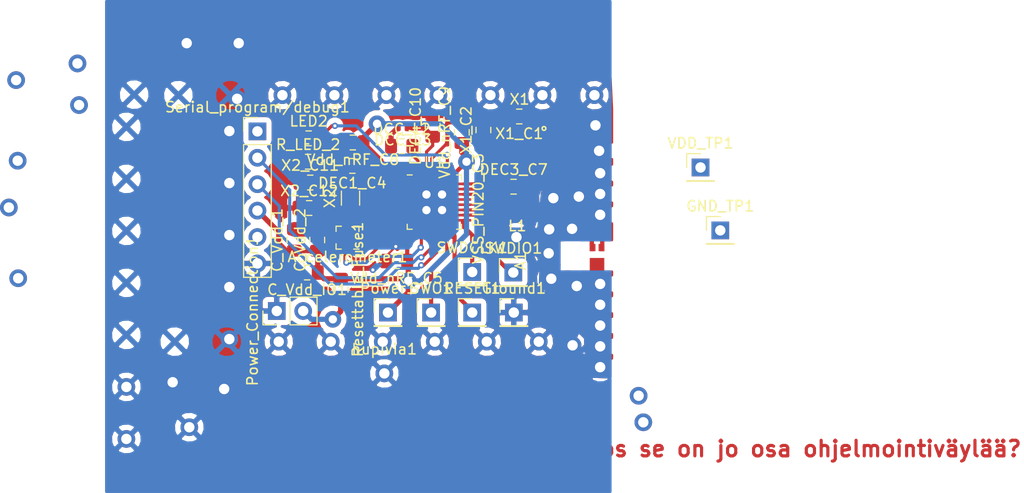
<source format=kicad_pcb>
(kicad_pcb (version 20171130) (host pcbnew "(5.0.2)-1")
  (layers (0 F.Cu signal) (31 B.Cu signal) (34 B.Paste user) (35 F.Paste user) (36 B.SilkS user) (37 F.SilkS user) (38 B.Mask user) (39 F.Mask user) (44 Edge.Cuts user))
  (net 0 "")
  (net 1 /~CS)
  (net 2 /~SAO_SDO)
  (net 3 VDD)
  (net 4 Earth)
  (net 5 /~SDA_SDI)
  (net 6 /~SCL_SPC)
  (net 7 /~INT2)
  (net 8 /~INT1)
  (net 9 "Net-(DCC_L2-Pad2)")
  (net 10 "Net-(DCC_L2-Pad1)")
  (net 11 "Net-(DCC_L3-Pad1)")
  (net 12 "Net-(DEC1_C4-Pad1)")
  (net 13 "Net-(DEC3_C7-Pad1)")
  (net 14 "Net-(L1-Pad2)")
  (net 15 /ANTENNA)
  (net 16 "Net-(LED2-Pad1)")
  (net 17 "Net-(LED2-Pad2)")
  (net 18 /~Reset)
  (net 19 /~SWDIO)
  (net 20 "Net-(Serial_program/debug1-Pad1)")
  (net 21 "Net-(Serial_program/debug1-Pad5)")
  (net 22 /~SWDCLK)
  (net 23 "Net-(U1-Pad2)")
  (net 24 "Net-(U1-Pad3)")
  (net 25 "Net-(U1-Pad23)")
  (net 26 "Net-(U1-Pad24)")
  (net 27 "Net-(U1-Pad27)")
  (net 28 "Net-(U1-Pad28)")
  (net 29 /~SWO)
  (net 30 "Net-(Power_Connection1-Pad2)")
  (net 31 /~RX1)
  (net 32 /~TX0)
  (net 33 "Net-(U1-Pad14)")
  (net 34 "Net-(U1-Pad11)")
  (net 35 "Net-(U1-Pad21)")
  (module Custom_footprints_alymolkky:Crystal_3.2x2.5x0.8 (layer F.Cu) (at 138.95 88.9 180)
    (fp_text reference X1 (at -0.05 4.8 180) (layer F.SilkS))
    (fp_text value "32MHz Crystal")
    (pad 1 smd rect (at -1.3 1.05 180) (size 1.6 1.4) (layers F.Cu F.Paste F.Mask) (net 25 "Net-(U1-Pad23)"))
    (pad 2 smd rect (at 1.3 1.05 180) (size 1.6 1.4) (layers F.Cu F.Paste F.Mask) (net 4 Earth))
    (pad 3 smd rect (at 1.3 -1.05 180) (size 1.6 1.4) (layers F.Cu F.Paste F.Mask) (net 26 "Net-(U1-Pad24)"))
    (pad 4 smd rect (at -1.3 -1.05 180) (size 1.6 1.4) (layers F.Cu F.Paste F.Mask) (net 4 Earth))
  )
  (module Connector_PinHeader_2.54mm:PinHeader_1x01_P2.54mm_Vertical (layer F.Cu) (at 112 78.7 180)
    (fp_text reference "" (at 0 -2.33 180) (layer F.SilkS))
    (fp_text value Conn_01x01_Male)
    (pad 1 thru_hole circle (at 0 0 180) (size 1.7 1.7) (drill 1) (layers *.Cu *.Mask) (net 4 Earth))
  )
  (module Connector_PinHeader_2.54mm:PinHeader_1x01_P2.54mm_Vertical (layer F.Cu) (at 107 78.7 180)
    (fp_text reference "" (at 0 -2.33 180) (layer F.SilkS))
    (fp_text value Conn_01x01_Male)
    (pad 1 thru_hole circle (at 0 0 180) (size 1.7 1.7) (drill 1) (layers *.Cu *.Mask) (net 4 Earth))
  )
  (module Connector_PinHeader_2.54mm:PinHeader_1x01_P2.54mm_Vertical (layer F.Cu) (at 126.2 83.7 180)
    (fp_text reference "" (at 0 -2.33 180) (layer F.SilkS))
    (fp_text value Conn_01x01_Male)
    (pad 1 thru_hole circle (at 0 0 180) (size 1.7 1.7) (drill 1) (layers *.Cu *.Mask) (net 4 Earth))
  )
  (module Connector_PinHeader_2.54mm:PinHeader_1x01_P2.54mm_Vertical (layer F.Cu) (at 141.2 83.7 180)
    (fp_text reference "" (at 0 -2.33 180) (layer F.SilkS))
    (fp_text value Conn_01x01_Male)
    (pad 1 thru_hole circle (at 0 0 180) (size 1.7 1.7) (drill 1) (layers *.Cu *.Mask) (net 4 Earth))
  )
  (module Connector_PinHeader_2.54mm:PinHeader_1x01_P2.54mm_Vertical (layer F.Cu) (at 116.2 83.7 180)
    (fp_text reference "" (at 0 -2.33 180) (layer F.SilkS))
    (fp_text value Conn_01x01_Male)
    (pad 1 thru_hole circle (at 0 0 180) (size 1.7 1.7) (drill 1) (layers *.Cu *.Mask) (net 4 Earth))
  )
  (module Connector_PinHeader_2.54mm:PinHeader_1x01_P2.54mm_Vertical (layer F.Cu) (at 121.2 83.7 180)
    (fp_text reference "" (at 0 -2.33 180) (layer F.SilkS))
    (fp_text value Conn_01x01_Male)
    (pad 1 thru_hole circle (at 0 0 180) (size 1.7 1.7) (drill 1) (layers *.Cu *.Mask) (net 4 Earth))
  )
  (module Connector_PinHeader_2.54mm:PinHeader_1x01_P2.54mm_Vertical (layer F.Cu) (at 136.2 83.7 180)
    (fp_text reference "" (at 0 -2.33 180) (layer F.SilkS))
    (fp_text value Conn_01x01_Male)
    (pad 1 thru_hole circle (at 0 0 180) (size 1.7 1.7) (drill 1) (layers *.Cu *.Mask) (net 4 Earth))
  )
  (module Connector_PinHeader_2.54mm:PinHeader_1x01_P2.54mm_Vertical (layer F.Cu) (at 146.2 83.7 180)
    (fp_text reference "" (at 0 -2.33 180) (layer F.SilkS))
    (fp_text value Conn_01x01_Male)
    (pad 1 thru_hole circle (at 0 0 180) (size 1.7 1.7) (drill 1) (layers *.Cu *.Mask) (net 4 Earth))
  )
  (module Connector_PinHeader_2.54mm:PinHeader_1x01_P2.54mm_Vertical (layer F.Cu) (at 131.2 83.7 180)
    (fp_text reference "" (at 0 -2.33 180) (layer F.SilkS))
    (fp_text value Conn_01x01_Male)
    (pad 1 thru_hole circle (at 0 0 180) (size 1.7 1.7) (drill 1) (layers *.Cu *.Mask) (net 4 Earth))
  )
  (module Connector_PinHeader_2.54mm:PinHeader_1x01_P2.54mm_Vertical (layer F.Cu) (at 96.5 80.65 90)
    (fp_text reference "" (at 0 -2.33 90) (layer F.SilkS))
    (fp_text value Conn_01x01_Male)
    (pad 1 thru_hole circle (at 0 0 90) (size 1.7 1.7) (drill 1) (layers *.Cu *.Mask) (net 4 Earth))
  )
  (module Connector_PinHeader_2.54mm:PinHeader_1x01_P2.54mm_Vertical (layer F.Cu) (at 111.85 84.05 90)
    (fp_text reference "" (at 0 -2.33 90) (layer F.SilkS))
    (fp_text value Conn_01x01_Male)
    (pad 1 thru_hole circle (at 0 0 90) (size 1.7 1.7) (drill 1) (layers *.Cu *.Mask) (net 4 Earth))
  )
  (module Connector_PinHeader_2.54mm:PinHeader_1x01_P2.54mm_Vertical (layer F.Cu) (at 111.1 87.15 90)
    (fp_text reference "" (at 0 -2.33 90) (layer F.SilkS))
    (fp_text value Conn_01x01_Male)
    (pad 1 thru_hole circle (at 0 0 90) (size 1.7 1.7) (drill 1) (layers *.Cu *.Mask) (net 4 Earth))
  )
  (module Connector_PinHeader_2.54mm:PinHeader_1x01_P2.54mm_Vertical (layer F.Cu) (at 111.1 92.15 90)
    (fp_text reference "" (at 0 -2.33 90) (layer F.SilkS))
    (fp_text value Conn_01x01_Male)
    (pad 1 thru_hole circle (at 0 0 90) (size 1.7 1.7) (drill 1) (layers *.Cu *.Mask) (net 4 Earth))
  )
  (module Connector_PinHeader_2.54mm:PinHeader_1x01_P2.54mm_Vertical (layer F.Cu) (at 111.1 97.15 90)
    (fp_text reference "" (at 0 -2.33 90) (layer F.SilkS))
    (fp_text value Conn_01x01_Male)
    (pad 1 thru_hole circle (at 0 0 90) (size 1.7 1.7) (drill 1) (layers *.Cu *.Mask) (net 4 Earth))
  )
  (module Connector_PinHeader_2.54mm:PinHeader_1x01_P2.54mm_Vertical (layer F.Cu) (at 111.1 102.15 90)
    (fp_text reference "" (at 0 -2.33 90) (layer F.SilkS))
    (fp_text value Conn_01x01_Male)
    (pad 1 thru_hole circle (at 0 0 90) (size 1.7 1.7) (drill 1) (layers *.Cu *.Mask) (net 4 Earth))
  )
  (module Connector_PinHeader_2.54mm:PinHeader_1x01_P2.54mm_Vertical (layer F.Cu) (at 111.1 107.15 90)
    (fp_text reference "" (at 0 -2.33 90) (layer F.SilkS))
    (fp_text value Conn_01x01_Male)
    (pad 1 thru_hole circle (at 0 0 90) (size 1.7 1.7) (drill 1) (layers *.Cu *.Mask) (net 4 Earth))
  )
  (module Connector_PinHeader_2.54mm:PinHeader_1x01_P2.54mm_Vertical (layer F.Cu) (at 101.2 111.75 90)
    (fp_text reference "" (at 0 -2.33 90) (layer F.SilkS))
    (fp_text value Conn_01x01_Male)
    (pad 1 thru_hole circle (at 0 0 90) (size 1.7 1.7) (drill 1) (layers *.Cu *.Mask) (net 4 Earth))
  )
  (module Connector_PinHeader_2.54mm:PinHeader_1x01_P2.54mm_Vertical (layer F.Cu) (at 101.2 116.75 90)
    (fp_text reference "" (at 0 -2.33 90) (layer F.SilkS))
    (fp_text value Conn_01x01_Male)
    (pad 1 thru_hole circle (at 0 0 90) (size 1.7 1.7) (drill 1) (layers *.Cu *.Mask) (net 4 Earth))
  )
  (module Connector_PinHeader_2.54mm:PinHeader_1x01_P2.54mm_Vertical (layer F.Cu) (at 89.9 94.5)
    (fp_text reference "" (at 0 -2.33) (layer F.SilkS))
    (fp_text value Conn_01x01_Male)
    (pad 1 thru_hole circle (at 0 0) (size 1.7 1.7) (drill 1) (layers *.Cu *.Mask) (net 4 Earth))
  )
  (module Connector_PinHeader_2.54mm:PinHeader_1x01_P2.54mm_Vertical (layer F.Cu) (at 107.25 115.625)
    (fp_text reference "" (at 0 -2.33) (layer F.SilkS))
    (fp_text value Conn_01x01_Male)
    (pad 1 thru_hole circle (at 0 0) (size 1.7 1.7) (drill 1) (layers *.Cu *.Mask) (net 4 Earth))
  )
  (module Connector_PinHeader_2.54mm:PinHeader_1x01_P2.54mm_Vertical (layer F.Cu) (at 90.8 101.3)
    (fp_text reference "" (at 0 -2.33) (layer F.SilkS))
    (fp_text value Conn_01x01_Male)
    (pad 1 thru_hole circle (at 0 0) (size 1.7 1.7) (drill 1) (layers *.Cu *.Mask) (net 4 Earth))
  )
  (module Connector_PinHeader_2.54mm:PinHeader_1x01_P2.54mm_Vertical (layer F.Cu) (at 150.9 115.15)
    (fp_text reference "" (at 0 -2.33) (layer F.SilkS))
    (fp_text value Conn_01x01_Male)
    (pad 1 thru_hole circle (at 0 0) (size 1.7 1.7) (drill 1) (layers *.Cu *.Mask) (net 4 Earth))
  )
  (module Connector_PinHeader_2.54mm:PinHeader_1x01_P2.54mm_Vertical (layer F.Cu) (at 96.65 84.65 90)
    (fp_text reference "" (at 0 -2.33 90) (layer F.SilkS))
    (fp_text value Conn_01x01_Male)
    (pad 1 thru_hole circle (at 0 0 90) (size 1.7 1.7) (drill 1) (layers *.Cu *.Mask) (net 4 Earth))
  )
  (module Connector_PinHeader_2.54mm:PinHeader_1x01_P2.54mm_Vertical (layer F.Cu) (at 146.3 86.6 90)
    (fp_text reference "" (at 0 -2.33 90) (layer F.SilkS))
    (fp_text value Conn_01x01_Male)
    (pad 1 thru_hole circle (at 0 0 90) (size 1.7 1.7) (drill 1) (layers *.Cu *.Mask) (net 4 Earth))
  )
  (module Connector_PinHeader_2.54mm:PinHeader_1x01_P2.54mm_Vertical (layer F.Cu) (at 144.1 107.75)
    (fp_text reference "" (at 0 -2.33) (layer F.SilkS))
    (fp_text value Conn_01x01_Male)
    (pad 1 thru_hole circle (at 0 0) (size 1.7 1.7) (drill 1) (layers *.Cu *.Mask) (net 4 Earth))
  )
  (module Connector_PinHeader_2.54mm:PinHeader_1x01_P2.54mm_Vertical (layer F.Cu) (at 140.85 107.4)
    (fp_text reference "" (at 0 -2.33) (layer F.SilkS))
    (fp_text value Conn_01x01_Male)
    (pad 1 thru_hole circle (at 0 0) (size 1.7 1.7) (drill 1) (layers *.Cu *.Mask) (net 4 Earth))
  )
  (module Connector_PinHeader_2.54mm:PinHeader_1x01_P2.54mm_Vertical (layer F.Cu) (at 135.85 107.4)
    (fp_text reference "" (at 0 -2.33) (layer F.SilkS))
    (fp_text value Conn_01x01_Male)
    (pad 1 thru_hole circle (at 0 0) (size 1.7 1.7) (drill 1) (layers *.Cu *.Mask) (net 4 Earth))
  )
  (module Connector_PinHeader_2.54mm:PinHeader_1x01_P2.54mm_Vertical (layer F.Cu) (at 130.85 107.4)
    (fp_text reference "" (at 0 -2.33) (layer F.SilkS))
    (fp_text value Conn_01x01_Male)
    (pad 1 thru_hole circle (at 0 0) (size 1.7 1.7) (drill 1) (layers *.Cu *.Mask) (net 4 Earth))
  )
  (module Connector_PinHeader_2.54mm:PinHeader_1x01_P2.54mm_Vertical (layer F.Cu) (at 125.85 107.4)
    (fp_text reference "" (at 0 -2.33) (layer F.SilkS))
    (fp_text value Conn_01x01_Male)
    (pad 1 thru_hole circle (at 0 0) (size 1.7 1.7) (drill 1) (layers *.Cu *.Mask) (net 4 Earth))
  )
  (module Connector_PinHeader_2.54mm:PinHeader_1x01_P2.54mm_Vertical (layer F.Cu) (at 120.85 107.4)
    (fp_text reference "" (at 0 -2.33) (layer F.SilkS))
    (fp_text value Conn_01x01_Male)
    (pad 1 thru_hole circle (at 0 0) (size 1.7 1.7) (drill 1) (layers *.Cu *.Mask) (net 4 Earth))
  )
  (module Connector_PinHeader_2.54mm:PinHeader_1x01_P2.54mm_Vertical (layer F.Cu) (at 115.85 107.4)
    (fp_text reference "" (at 0 -2.33) (layer F.SilkS))
    (fp_text value Conn_01x01_Male)
    (pad 1 thru_hole circle (at 0 0) (size 1.7 1.7) (drill 1) (layers *.Cu *.Mask) (net 4 Earth))
  )
  (module Connector_PinHeader_2.54mm:PinHeader_1x01_P2.54mm_Vertical (layer F.Cu) (at 110.6 111.95)
    (fp_text reference "" (at 0 -2.33) (layer F.SilkS))
    (fp_text value Conn_01x01_Male)
    (pad 1 thru_hole circle (at 0 0) (size 1.7 1.7) (drill 1) (layers *.Cu *.Mask) (net 4 Earth))
  )
  (module Connector_PinHeader_2.54mm:PinHeader_1x01_P2.54mm_Vertical (layer F.Cu) (at 90.75 90)
    (fp_text reference "" (at 0 -2.33) (layer F.SilkS))
    (fp_text value Conn_01x01_Male)
    (pad 1 thru_hole circle (at 0 0) (size 1.7 1.7) (drill 1) (layers *.Cu *.Mask) (net 4 Earth))
  )
  (module Connector_PinHeader_2.54mm:PinHeader_1x01_P2.54mm_Vertical (layer F.Cu) (at 90.6 82.25)
    (fp_text reference "" (at 0 -2.33) (layer F.SilkS))
    (fp_text value Conn_01x01_Male)
    (pad 1 thru_hole circle (at 0 0) (size 1.7 1.7) (drill 1) (layers *.Cu *.Mask) (net 4 Earth))
  )
  (module Connector_PinHeader_2.54mm:PinHeader_1x01_P2.54mm_Vertical (layer F.Cu) (at 105.65 111.3)
    (fp_text reference "" (at 0 -2.33) (layer F.SilkS))
    (fp_text value Conn_01x01_Male)
    (pad 1 thru_hole circle (at 0 0) (size 1.7 1.7) (drill 1) (layers *.Cu *.Mask) (net 4 Earth))
  )
  (module Connector_PinHeader_2.54mm:PinHeader_1x01_P2.54mm_Vertical (layer F.Cu) (at 146.75 109.85)
    (fp_text reference "" (at 0 -2.33) (layer F.SilkS))
    (fp_text value Conn_01x01_Male)
    (pad 1 thru_hole circle (at 0 0) (size 1.7 1.7) (drill 1) (layers *.Cu *.Mask) (net 4 Earth))
  )
  (module Connector_PinHeader_2.54mm:PinHeader_1x01_P2.54mm_Vertical (layer F.Cu) (at 146.75 107.85)
    (fp_text reference "" (at 0 -2.33) (layer F.SilkS))
    (fp_text value Conn_01x01_Male)
    (pad 1 thru_hole circle (at 0 0) (size 1.7 1.7) (drill 1) (layers *.Cu *.Mask) (net 4 Earth))
  )
  (module Connector_PinHeader_2.54mm:PinHeader_1x01_P2.54mm_Vertical (layer F.Cu) (at 146.75 105.85)
    (fp_text reference "" (at 0 -2.33) (layer F.SilkS))
    (fp_text value Conn_01x01_Male)
    (pad 1 thru_hole circle (at 0 0) (size 1.7 1.7) (drill 1) (layers *.Cu *.Mask) (net 4 Earth))
  )
  (module Connector_PinHeader_2.54mm:PinHeader_1x01_P2.54mm_Vertical (layer F.Cu) (at 146.75 103.85)
    (fp_text reference "" (at 0 -2.33) (layer F.SilkS))
    (fp_text value Conn_01x01_Male)
    (pad 1 thru_hole circle (at 0 0) (size 1.7 1.7) (drill 1) (layers *.Cu *.Mask) (net 4 Earth))
  )
  (module Connector_PinHeader_2.54mm:PinHeader_1x01_P2.54mm_Vertical (layer F.Cu) (at 146.65 89.05)
    (fp_text reference "" (at 0 -2.33) (layer F.SilkS))
    (fp_text value Conn_01x01_Male)
    (pad 1 thru_hole circle (at 0 0) (size 1.7 1.7) (drill 1) (layers *.Cu *.Mask) (net 4 Earth))
  )
  (module Connector_PinHeader_2.54mm:PinHeader_1x01_P2.54mm_Vertical (layer F.Cu) (at 138.7 97.35)
    (fp_text reference "" (at 0 -2.33) (layer F.SilkS))
    (fp_text value Conn_01x01_Male)
    (pad 1 thru_hole circle (at 0 0) (size 1.7 1.7) (drill 1) (layers *.Cu *.Mask) (net 4 Earth))
  )
  (module Connector_PinHeader_2.54mm:PinHeader_1x01_P2.54mm_Vertical (layer F.Cu) (at 144.5 102.05)
    (fp_text reference "" (at 0 -2.33) (layer F.SilkS))
    (fp_text value Conn_01x01_Male)
    (pad 1 thru_hole circle (at 0 0) (size 1.7 1.7) (drill 1) (layers *.Cu *.Mask) (net 4 Earth))
  )
  (module Connector_PinHeader_2.54mm:PinHeader_1x01_P2.54mm_Vertical (layer F.Cu) (at 146.75 95.2)
    (fp_text reference "" (at 0 -2.33) (layer F.SilkS))
    (fp_text value Conn_01x01_Male)
    (pad 1 thru_hole circle (at 0 0) (size 1.7 1.7) (drill 1) (layers *.Cu *.Mask) (net 4 Earth))
  )
  (module Connector_PinHeader_2.54mm:PinHeader_1x01_P2.54mm_Vertical (layer F.Cu) (at 146.75 101.85)
    (fp_text reference "" (at 0 -2.33) (layer F.SilkS))
    (fp_text value Conn_01x01_Male)
    (pad 1 thru_hole circle (at 0 0) (size 1.7 1.7) (drill 1) (layers *.Cu *.Mask) (net 4 Earth))
  )
  (module Connector_PinHeader_2.54mm:PinHeader_1x01_P2.54mm_Vertical (layer F.Cu) (at 126 110.45)
    (fp_text reference hupivia1 (at 0 -2.33) (layer F.SilkS))
    (fp_text value Conn_01x01_Male)
    (pad 1 thru_hole circle (at 0 0) (size 1.7 1.7) (drill 1) (layers *.Cu *.Mask) (net 4 Earth))
  )
  (module Connector_PinHeader_2.54mm:PinHeader_1x01_P2.54mm_Vertical (layer F.Cu) (at 144.05 96.55)
    (fp_text reference "" (at 0 -2.33) (layer F.SilkS))
    (fp_text value Conn_01x01_Male)
    (pad 1 thru_hole circle (at 0 0) (size 1.7 1.7) (drill 1) (layers *.Cu *.Mask) (net 4 Earth))
  )
  (module Connector_PinHeader_2.54mm:PinHeader_1x01_P2.54mm_Vertical (layer F.Cu) (at 146.75 93.2)
    (fp_text reference "" (at 0 -2.33) (layer F.SilkS))
    (fp_text value Conn_01x01_Male)
    (pad 1 thru_hole circle (at 0 0) (size 1.7 1.7) (drill 1) (layers *.Cu *.Mask) (net 4 Earth))
  )
  (module Connector_PinHeader_2.54mm:PinHeader_1x01_P2.54mm_Vertical (layer F.Cu) (at 146.75 91.2)
    (fp_text reference "" (at 0 -2.33) (layer F.SilkS))
    (fp_text value Conn_01x01_Male)
    (pad 1 thru_hole circle (at 0 0) (size 1.7 1.7) (drill 1) (layers *.Cu *.Mask) (net 4 Earth))
  )
  (module Connector_PinHeader_2.54mm:PinHeader_1x01_P2.54mm_Vertical (layer F.Cu) (at 141.8 98.9)
    (fp_text reference "" (at 0 -2.33) (layer F.SilkS))
    (fp_text value Conn_01x01_Male)
    (pad 1 thru_hole circle (at 0 0) (size 1.7 1.7) (drill 1) (layers *.Cu *.Mask) (net 4 Earth))
  )
  (module Connector_PinHeader_2.54mm:PinHeader_1x01_P2.54mm_Vertical (layer F.Cu) (at 150.45 112.6)
    (fp_text reference "" (at 0 -2.33) (layer F.SilkS))
    (fp_text value Conn_01x01_Male)
    (pad 1 thru_hole circle (at 0 0) (size 1.7 1.7) (drill 1) (layers *.Cu *.Mask) (net 4 Earth))
  )
  (module Connector_PinHeader_2.54mm:PinHeader_1x01_P2.54mm_Vertical (layer F.Cu) (at 142.25 93.6)
    (fp_text reference "" (at 0 -2.33) (layer F.SilkS))
    (fp_text value Conn_01x01_Male)
    (pad 1 thru_hole circle (at 0 0) (size 1.7 1.7) (drill 1) (layers *.Cu *.Mask) (net 4 Earth))
  )
  (module Connector_PinHeader_2.54mm:PinHeader_1x01_P2.54mm_Vertical (layer F.Cu) (at 142.05 101.35)
    (fp_text reference "" (at 0 -2.33) (layer F.SilkS))
    (fp_text value Conn_01x01_Male)
    (pad 1 thru_hole circle (at 0 0) (size 1.7 1.7) (drill 1) (layers *.Cu *.Mask) (net 4 Earth))
  )
  (module Connector_PinHeader_2.54mm:PinHeader_1x01_P2.54mm_Vertical (layer F.Cu) (at 144.7 93.45)
    (fp_text reference "" (at 0 -2.33) (layer F.SilkS))
    (fp_text value Conn_01x01_Male)
    (pad 1 thru_hole circle (at 0 0) (size 1.7 1.7) (drill 1) (layers *.Cu *.Mask) (net 4 Earth))
  )
  (module Custom_footprints_alymolkky:QFN-32-1EP_5x5mm_P0.5mm_EP3.6x3.6mm (layer F.Cu) (at 130.81 93.98)
    (fp_text reference U1 (at 0 -3.8) (layer F.SilkS))
    (fp_text value nRF52810-QCxx)
    (pad 33 smd roundrect (at 0 0) (size 3.6 3.6) (layers F.Cu F.Mask) (roundrect_rratio 0.06944400000000001) (net 4 Earth))
    (pad 24 smd roundrect (at 2.8 -1.75) (size 1.5 0.25) (layers F.Cu F.Paste F.Mask) (net 26 "Net-(U1-Pad24)"))
    (pad 32 smd roundrect (at -1.75 -2.8) (size 0.25 1.5) (layers F.Cu F.Paste F.Mask) (net 3 VDD))
    (pad 31 smd roundrect (at -1.25 -2.8) (size 0.25 1.5) (layers F.Cu F.Paste F.Mask) (net 9 "Net-(DCC_L2-Pad2)"))
    (pad 30 smd roundrect (at -0.75 -2.8) (size 0.25 1.5) (layers F.Cu F.Paste F.Mask) (net 11 "Net-(DCC_L3-Pad1)"))
    (pad 29 smd roundrect (at -0.25 -2.8) (size 0.25 1.5) (layers F.Cu F.Paste F.Mask) (net 4 Earth))
    (pad 28 smd roundrect (at 0.25 -2.8) (size 0.25 1.5) (layers F.Cu F.Paste F.Mask) (net 28 "Net-(U1-Pad28)"))
    (pad 27 smd roundrect (at 0.75 -2.8) (size 0.25 1.5) (layers F.Cu F.Paste F.Mask) (net 27 "Net-(U1-Pad27)"))
    (pad 26 smd roundrect (at 1.25 -2.8) (size 0.25 1.5) (layers F.Cu F.Paste F.Mask) (net 17 "Net-(LED2-Pad2)"))
    (pad 25 smd roundrect (at 1.75 -2.8) (size 0.25 1.5) (layers F.Cu F.Paste F.Mask) (net 3 VDD))
    (pad 23 smd roundrect (at 2.8 -1.25) (size 1.5 0.25) (layers F.Cu F.Paste F.Mask) (net 25 "Net-(U1-Pad23)"))
    (pad 21 smd roundrect (at 2.8 -0.25) (size 1.5 0.25) (layers F.Cu F.Paste F.Mask) (net 35 "Net-(U1-Pad21)"))
    (pad 20 smd roundrect (at 2.8 0.25) (size 1.5 0.25) (layers F.Cu F.Paste F.Mask) (net 4 Earth))
    (pad 19 smd roundrect (at 2.8 0.75) (size 1.5 0.25) (layers F.Cu F.Paste F.Mask) (net 14 "Net-(L1-Pad2)"))
    (pad 18 smd roundrect (at 2.8 1.25) (size 1.5 0.25) (layers F.Cu F.Paste F.Mask) (net 19 /~SWDIO))
    (pad 17 smd roundrect (at 2.8 1.75) (size 1.5 0.25) (layers F.Cu F.Paste F.Mask) (net 22 /~SWDCLK))
    (pad 22 smd roundrect (at 2.8 -0.75) (size 1.5 0.25) (layers F.Cu F.Paste F.Mask) (net 13 "Net-(DEC3_C7-Pad1)"))
    (pad 2 smd roundrect (at -2.8 -1.25) (size 1.5 0.25) (layers F.Cu F.Paste F.Mask) (net 23 "Net-(U1-Pad2)"))
    (pad 1 smd roundrect (at -2.8 -1.75) (size 1.5 0.25) (layers F.Cu F.Paste F.Mask) (net 12 "Net-(DEC1_C4-Pad1)"))
    (pad 3 smd roundrect (at -2.8 -0.75) (size 1.5 0.25) (layers F.Cu F.Paste F.Mask) (net 24 "Net-(U1-Pad3)"))
    (pad 4 smd roundrect (at -2.8 -0.25) (size 1.5 0.25) (layers F.Cu F.Paste F.Mask) (net 5 /~SDA_SDI))
    (pad 5 smd roundrect (at -2.8 0.25) (size 1.5 0.25) (layers F.Cu F.Paste F.Mask) (net 2 /~SAO_SDO))
    (pad 6 smd roundrect (at -2.8 0.75) (size 1.5 0.25) (layers F.Cu F.Paste F.Mask) (net 1 /~CS))
    (pad 7 smd roundrect (at -2.8 1.25) (size 1.5 0.25) (layers F.Cu F.Paste F.Mask) (net 6 /~SCL_SPC))
    (pad 8 smd roundrect (at -2.8 1.75) (size 1.5 0.25) (layers F.Cu F.Paste F.Mask) (net 8 /~INT1))
    (pad 9 smd roundrect (at -1.75 2.8) (size 0.25 1.5) (layers F.Cu F.Paste F.Mask) (net 3 VDD))
    (pad 10 smd roundrect (at -1.25 2.8) (size 0.25 1.5) (layers F.Cu F.Paste F.Mask) (net 7 /~INT2))
    (pad 11 smd roundrect (at -0.75 2.8) (size 0.25 1.5) (layers F.Cu F.Paste F.Mask) (net 34 "Net-(U1-Pad11)"))
    (pad 12 smd roundrect (at -0.25 2.8) (size 0.25 1.5) (layers F.Cu F.Paste F.Mask) (net 31 /~RX1))
    (pad 13 smd roundrect (at 0.25 2.8) (size 0.25 1.5) (layers F.Cu F.Paste F.Mask) (net 32 /~TX0))
    (pad 14 smd roundrect (at 0.75 2.8) (size 0.25 1.5) (layers F.Cu F.Paste F.Mask) (net 33 "Net-(U1-Pad14)"))
    (pad 15 smd roundrect (at 1.25 2.8) (size 0.25 1.5) (layers F.Cu F.Paste F.Mask) (net 29 /~SWO))
    (pad 16 smd roundrect (at 1.75 2.8) (size 0.25 1.5) (layers F.Cu F.Paste F.Mask) (net 18 /~Reset))
  )
  (module Custom_footprints_alymolkky:LGA-12_2x2mm_P0.5mm (layer F.Cu) (at 122.46 97.4 180)
    (fp_text reference Accelerometer1 (at 0 -1.85 180) (layer F.SilkS))
    (fp_text value LIS2DE12)
    (pad 2 smd rect (at -1.01 -0.25 180) (size 0.775 0.25) (layers F.Cu F.Paste F.Mask) (net 1 /~CS))
    (pad 9 smd rect (at 1.01 -0.25 180) (size 0.775 0.25) (layers F.Cu F.Paste F.Mask) (net 3 VDD))
    (pad 4 smd rect (at -1.01 1 180) (size 0.775 0.75) (layers F.Cu F.Paste F.Mask) (net 5 /~SDA_SDI))
    (pad 7 smd rect (at 1.01 1 180) (size 0.775 0.75) (layers F.Cu F.Paste F.Mask) (net 4 Earth))
    (pad 1 smd rect (at -1.01 -1 180) (size 0.775 0.75) (layers F.Cu F.Paste F.Mask) (net 6 /~SCL_SPC))
    (pad 10 smd rect (at 1.01 -1 180) (size 0.775 0.75) (layers F.Cu F.Paste F.Mask) (net 3 VDD))
    (pad 5 smd rect (at -0.25 1.01 270) (size 0.775 0.25) (layers F.Cu F.Paste F.Mask) (net 4 Earth))
    (pad 12 smd rect (at -0.25 -1.01 270) (size 0.775 0.25) (layers F.Cu F.Paste F.Mask) (net 8 /~INT1))
    (pad 11 smd rect (at 0.25 -1.01 270) (size 0.775 0.25) (layers F.Cu F.Paste F.Mask) (net 7 /~INT2))
    (pad 8 smd rect (at 1.01 0.25 180) (size 0.775 0.25) (layers F.Cu F.Paste F.Mask) (net 4 Earth))
    (pad 6 smd rect (at 0.25 1.01 270) (size 0.775 0.25) (layers F.Cu F.Paste F.Mask) (net 4 Earth))
    (pad 3 smd rect (at -1.01 0.25 180) (size 0.775 0.25) (layers F.Cu F.Paste F.Mask) (net 2 /~SAO_SDO))
  )
  (module Connector_PinHeader_2.54mm:PinHeader_1x01_P2.54mm_Vertical (layer F.Cu) (at 141.85 96.6)
    (fp_text reference "" (at 0 -2.33) (layer F.SilkS))
    (fp_text value Conn_01x01_Male)
    (pad 1 thru_hole circle (at 0 0) (size 1.7 1.7) (drill 1) (layers *.Cu *.Mask) (net 4 Earth))
  )
  (module Capacitor_SMD:C_0805_2012Metric_Pad1.15x1.40mm_HandSolder (layer F.Cu) (at 117.35 97.625 90)
    (fp_text reference C_Vdd_1 (at 0 -1.65 90) (layer F.SilkS))
    (fp_text value 100uF)
    (pad 1 smd roundrect (at -1.025 0 90) (size 1.15 1.4) (layers F.Cu F.Paste F.Mask) (roundrect_rratio 0.217391) (net 3 VDD))
    (pad 2 smd roundrect (at 1.025 0 90) (size 1.15 1.4) (layers F.Cu F.Paste F.Mask) (roundrect_rratio 0.217391) (net 4 Earth))
  )
  (module Capacitor_SMD:C_0805_2012Metric_Pad1.15x1.40mm_HandSolder (layer F.Cu) (at 119.55 97.625 90)
    (fp_text reference C_Vdd_2 (at 0 -1.65 90) (layer F.SilkS))
    (fp_text value 10uF)
    (pad 2 smd roundrect (at 1.025 0 90) (size 1.15 1.4) (layers F.Cu F.Paste F.Mask) (roundrect_rratio 0.217391) (net 4 Earth))
    (pad 1 smd roundrect (at -1.025 0 90) (size 1.15 1.4) (layers F.Cu F.Paste F.Mask) (roundrect_rratio 0.217391) (net 3 VDD))
  )
  (module Capacitor_SMD:C_0805_2012Metric_Pad1.15x1.40mm_HandSolder (layer F.Cu) (at 118.575 100.75 180)
    (fp_text reference C_Vdd_IO1 (at 0 -1.65 180) (layer F.SilkS))
    (fp_text value 100nF)
    (pad 2 smd roundrect (at 1.025 0 180) (size 1.15 1.4) (layers F.Cu F.Paste F.Mask) (roundrect_rratio 0.217391) (net 4 Earth))
    (pad 1 smd roundrect (at -1.025 0 180) (size 1.15 1.4) (layers F.Cu F.Paste F.Mask) (roundrect_rratio 0.217391) (net 3 VDD))
  )
  (module Capacitor_SMD:C_0805_2012Metric_Pad1.15x1.40mm_HandSolder (layer F.Cu) (at 127.675 88.6)
    (fp_text reference DCC_L2 (at 0 -1.65) (layer F.SilkS))
    (fp_text value 10uH)
    (pad 2 smd roundrect (at 1.025 0) (size 1.15 1.4) (layers F.Cu F.Paste F.Mask) (roundrect_rratio 0.217391) (net 9 "Net-(DCC_L2-Pad2)"))
    (pad 1 smd roundrect (at -1.025 0) (size 1.15 1.4) (layers F.Cu F.Paste F.Mask) (roundrect_rratio 0.217391) (net 10 "Net-(DCC_L2-Pad1)"))
  )
  (module Capacitor_SMD:C_0805_2012Metric_Pad1.15x1.40mm_HandSolder (layer F.Cu) (at 122.925 90.5 180)
    (fp_text reference DEC1_C4 (at 0 -1.65 180) (layer F.SilkS))
    (fp_text value 100nF)
    (pad 1 smd roundrect (at -1.025 0 180) (size 1.15 1.4) (layers F.Cu F.Paste F.Mask) (roundrect_rratio 0.217391) (net 12 "Net-(DEC1_C4-Pad1)"))
    (pad 2 smd roundrect (at 1.025 0 180) (size 1.15 1.4) (layers F.Cu F.Paste F.Mask) (roundrect_rratio 0.217391) (net 4 Earth))
  )
  (module Capacitor_SMD:C_0805_2012Metric_Pad1.15x1.40mm_HandSolder (layer F.Cu) (at 138.425 92.5)
    (fp_text reference DEC3_C7 (at 0 -1.65) (layer F.SilkS))
    (fp_text value 100pF)
    (pad 2 smd roundrect (at 1.025 0) (size 1.15 1.4) (layers F.Cu F.Paste F.Mask) (roundrect_rratio 0.217391) (net 4 Earth))
    (pad 1 smd roundrect (at -1.025 0) (size 1.15 1.4) (layers F.Cu F.Paste F.Mask) (roundrect_rratio 0.217391) (net 13 "Net-(DEC3_C7-Pad1)"))
  )
  (module Capacitor_SMD:C_0805_2012Metric_Pad1.15x1.40mm_HandSolder (layer F.Cu) (at 130.65 86.675 90)
    (fp_text reference DEC4_C10 (at 0 -1.65 90) (layer F.SilkS))
    (fp_text value 1.0uF)
    (pad 1 smd roundrect (at -1.025 0 90) (size 1.15 1.4) (layers F.Cu F.Paste F.Mask) (roundrect_rratio 0.217391) (net 11 "Net-(DCC_L3-Pad1)"))
    (pad 2 smd roundrect (at 1.025 0 90) (size 1.15 1.4) (layers F.Cu F.Paste F.Mask) (roundrect_rratio 0.217391) (net 4 Earth))
  )
  (module Connector_PinHeader_2.54mm:PinHeader_1x01_P2.54mm_Vertical (layer F.Cu) (at 158.3 96.7)
    (fp_text reference GND_TP1 (at 0 -2.33) (layer F.SilkS))
    (fp_text value Conn_01x01_Male)
    (pad 1 thru_hole rect (at 0 0) (size 1.7 1.7) (drill 1) (layers *.Cu *.Mask) (net 4 Earth))
  )
  (module Resistor_SMD:R_0805_2012Metric_Pad1.15x1.40mm_HandSolder (layer F.Cu) (at 118.725 87.85)
    (fp_text reference LED2 (at 0 -1.65) (layer F.SilkS))
    (fp_text value LED_ALT)
    (pad 1 smd roundrect (at -1.025 0) (size 1.15 1.4) (layers F.Cu F.Paste F.Mask) (roundrect_rratio 0.217391) (net 16 "Net-(LED2-Pad1)"))
    (pad 2 smd roundrect (at 1.025 0) (size 1.15 1.4) (layers F.Cu F.Paste F.Mask) (roundrect_rratio 0.217391) (net 17 "Net-(LED2-Pad2)"))
  )
  (module Connector_PinHeader_2.54mm:PinHeader_1x02_P2.54mm_Vertical (layer F.Cu) (at 115.66 104.45 90)
    (fp_text reference Power_Connection1 (at 0 -2.33 90) (layer F.SilkS))
    (fp_text value Conn_01x02_Female)
    (pad 1 thru_hole rect (at 0 0 90) (size 1.7 1.7) (drill 1) (layers *.Cu *.Mask) (net 4 Earth))
    (pad 2 thru_hole oval (at 0 2.54 90) (size 1.7 1.7) (drill 1) (layers *.Cu *.Mask) (net 30 "Net-(Power_Connection1-Pad2)"))
  )
  (module Resistor_SMD:R_0805_2012Metric_Pad1.15x1.40mm_HandSolder (layer F.Cu) (at 118.675 90.1)
    (fp_text reference R_LED_2 (at 0 -1.65) (layer F.SilkS))
    (fp_text value 220)
    (pad 1 smd roundrect (at -1.025 0) (size 1.15 1.4) (layers F.Cu F.Paste F.Mask) (roundrect_rratio 0.217391) (net 16 "Net-(LED2-Pad1)"))
    (pad 2 smd roundrect (at 1.025 0) (size 1.15 1.4) (layers F.Cu F.Paste F.Mask) (roundrect_rratio 0.217391) (net 4 Earth))
  )
  (module Connector_PinHeader_2.54mm:PinHeader_1x06_P2.54mm_Vertical (layer F.Cu) (at 113.8 87.18)
    (fp_text reference Serial_program/debug1 (at 0 -2.33) (layer F.SilkS))
    (fp_text value Conn_01x06_Male)
    (pad 1 thru_hole rect (at 0 0) (size 1.7 1.7) (drill 1) (layers *.Cu *.Mask) (net 20 "Net-(Serial_program/debug1-Pad1)"))
    (pad 2 thru_hole oval (at 0 2.54) (size 1.7 1.7) (drill 1) (layers *.Cu *.Mask) (net 31 /~RX1))
    (pad 3 thru_hole oval (at 0 5.08) (size 1.7 1.7) (drill 1) (layers *.Cu *.Mask) (net 32 /~TX0))
    (pad 4 thru_hole oval (at 0 7.62) (size 1.7 1.7) (drill 1) (layers *.Cu *.Mask) (net 3 VDD))
    (pad 5 thru_hole oval (at 0 10.16) (size 1.7 1.7) (drill 1) (layers *.Cu *.Mask) (net 21 "Net-(Serial_program/debug1-Pad5)"))
    (pad 6 thru_hole oval (at 0 12.7) (size 1.7 1.7) (drill 1) (layers *.Cu *.Mask) (net 4 Earth))
  )
  (module Capacitor_SMD:C_0805_2012Metric_Pad1.15x1.40mm_HandSolder (layer F.Cu) (at 127.175 99.65 180)
    (fp_text reference Vdd_nRF_C5 (at 0 -1.65 180) (layer F.SilkS))
    (fp_text value 100nF)
    (pad 2 smd roundrect (at 1.025 0 180) (size 1.15 1.4) (layers F.Cu F.Paste F.Mask) (roundrect_rratio 0.217391) (net 4 Earth))
    (pad 1 smd roundrect (at -1.025 0 180) (size 1.15 1.4) (layers F.Cu F.Paste F.Mask) (roundrect_rratio 0.217391) (net 3 VDD))
  )
  (module Capacitor_SMD:C_0805_2012Metric_Pad1.15x1.40mm_HandSolder (layer F.Cu) (at 122.975 88.25 180)
    (fp_text reference Vdd_nRF_C8 (at 0 -1.65 180) (layer F.SilkS))
    (fp_text value 100nF)
    (pad 2 smd roundrect (at 1.025 0 180) (size 1.15 1.4) (layers F.Cu F.Paste F.Mask) (roundrect_rratio 0.217391) (net 4 Earth))
    (pad 1 smd roundrect (at -1.025 0 180) (size 1.15 1.4) (layers F.Cu F.Paste F.Mask) (roundrect_rratio 0.217391) (net 3 VDD))
  )
  (module Capacitor_SMD:C_0805_2012Metric_Pad1.15x1.40mm_HandSolder (layer F.Cu) (at 133.45 87.275 90)
    (fp_text reference Vdd_nRF_C9 (at 0 -1.65 90) (layer F.SilkS))
    (fp_text value 4.7uF)
    (pad 1 smd roundrect (at -1.025 0 90) (size 1.15 1.4) (layers F.Cu F.Paste F.Mask) (roundrect_rratio 0.217391) (net 3 VDD))
    (pad 2 smd roundrect (at 1.025 0 90) (size 1.15 1.4) (layers F.Cu F.Paste F.Mask) (roundrect_rratio 0.217391) (net 4 Earth))
  )
  (module Connector_PinHeader_2.54mm:PinHeader_1x01_P2.54mm_Vertical (layer F.Cu) (at 156.4 90.65)
    (fp_text reference VDD_TP1 (at 0 -2.33) (layer F.SilkS))
    (fp_text value Conn_01x01_Male)
    (pad 1 thru_hole rect (at 0 0) (size 1.7 1.7) (drill 1) (layers *.Cu *.Mask) (net 3 VDD))
  )
  (module Capacitor_SMD:C_0402_1005Metric (layer F.Cu) (at 136.2 94.6 90)
    (fp_text reference VSS_PIN20_C3 (at 0 -1.17 90) (layer F.SilkS))
    (fp_text value 0.8pF)
    (pad 1 smd roundrect (at -0.485 0 90) (size 0.59 0.64) (layers F.Cu F.Paste F.Mask) (net 14 "Net-(L1-Pad2)"))
    (pad 2 smd roundrect (at 0.485 0 90) (size 0.59 0.64) (layers F.Cu F.Paste F.Mask) (net 4 Earth))
  )
  (module Crystal:Crystal_SMD_3215-2Pin_3.2x1.5mm (layer F.Cu) (at 122.75 93.6 90)
    (fp_text reference X2 (at 0 -2 90) (layer F.SilkS))
    (fp_text value "32.768 kHz Crystal")
    (pad 1 smd rect (at 1.25 0 90) (size 1 1.8) (layers F.Cu F.Paste F.Mask) (net 23 "Net-(U1-Pad2)"))
    (pad 2 smd rect (at -1.25 0 90) (size 1 1.8) (layers F.Cu F.Paste F.Mask) (net 24 "Net-(U1-Pad3)"))
  )
  (module Resistor_SMD:R_0805_2012Metric_Pad1.15x1.40mm_HandSolder (layer F.Cu) (at 121.8 102.375 270)
    (fp_text reference Resettable_Fuse1 (at 0 -1.65 270) (layer F.SilkS))
    (fp_text value Polyfuse)
    (pad 1 smd roundrect (at -1.025 0 270) (size 1.15 1.4) (layers F.Cu F.Paste F.Mask) (roundrect_rratio 0.217391) (net 3 VDD))
    (pad 2 smd roundrect (at 1.025 0 270) (size 1.15 1.4) (layers F.Cu F.Paste F.Mask) (roundrect_rratio 0.217391) (net 30 "Net-(Power_Connection1-Pad2)"))
  )
  (module ceramic_antenna_footprint:ACAG0201-2450-T (layer F.Cu) (at 146.45 99.05 270)
    (fp_text reference A1 (at 0.575 7.35 270) (layer F.SilkS))
    (fp_text value ACAG0201-2450-T)
    (pad 2 smd rect (at 0.9 0 270) (size 1.2 1.4) (layers F.Cu F.Paste F.Mask) (net 4 Earth))
    (pad 3 smd rect (at -0.95 -0.55 270) (size 1.15 0.4) (drill (offset 0.025 0.05)) (layers F.Cu F.Paste F.Mask) (net 4 Earth))
    (pad 3 smd rect (at -0.7 -0.45 270) (size 0.7 0.55) (drill (offset 0 0.025)) (layers F.Cu F.Paste F.Mask) (net 4 Earth))
    (pad 1 smd rect (at -0.95 0.45 270) (size 1.15 0.4) (drill (offset 0.025 0.05)) (layers F.Cu F.Paste F.Mask) (net 15 /ANTENNA))
    (pad 1 smd rect (at -0.7 0.4 270) (size 0.7 0.55) (drill (offset 0 0.025)) (layers F.Cu F.Paste F.Mask) (net 15 /ANTENNA))
  )
  (module Resistor_SMD:R_0402_1005Metric (layer F.Cu) (at 138.785 95.1 180)
    (fp_text reference L1 (at 0 -1.17 180) (layer F.SilkS))
    (fp_text value 3.9nH)
    (pad 1 smd roundrect (at -0.485 0 180) (size 0.59 0.64) (layers F.Cu F.Paste F.Mask) (net 15 /ANTENNA))
    (pad 2 smd roundrect (at 0.485 0 180) (size 0.59 0.64) (layers F.Cu F.Paste F.Mask) (net 14 "Net-(L1-Pad2)"))
  )
  (module Capacitor_SMD:C_0805_2012Metric_Pad1.15x1.40mm_HandSolder (layer F.Cu) (at 138.975 85.75 180)
    (fp_text reference X1_C1 (at 0 -1.65 180) (layer F.SilkS))
    (fp_text value 12pF)
    (pad 1 smd roundrect (at -1.025 0 180) (size 1.15 1.4) (layers F.Cu F.Paste F.Mask) (roundrect_rratio 0.217391) (net 25 "Net-(U1-Pad23)"))
    (pad 2 smd roundrect (at 1.025 0 180) (size 1.15 1.4) (layers F.Cu F.Paste F.Mask) (roundrect_rratio 0.217391) (net 4 Earth))
  )
  (module Capacitor_SMD:C_0805_2012Metric_Pad1.15x1.40mm_HandSolder (layer F.Cu) (at 135.525 87.05 90)
    (fp_text reference X1_C2 (at 0 -1.65 90) (layer F.SilkS))
    (fp_text value 12pF)
    (pad 2 smd roundrect (at 1.025 0 90) (size 1.15 1.4) (layers F.Cu F.Paste F.Mask) (roundrect_rratio 0.217391) (net 4 Earth))
    (pad 1 smd roundrect (at -1.025 0 90) (size 1.15 1.4) (layers F.Cu F.Paste F.Mask) (roundrect_rratio 0.217391) (net 26 "Net-(U1-Pad24)"))
  )
  (module Capacitor_SMD:C_0402_1005Metric (layer F.Cu) (at 127.765 86.85 180)
    (fp_text reference DCC_L3 (at 0 -1.17 180) (layer F.SilkS))
    (fp_text value 15nH)
    (pad 1 smd roundrect (at -0.485 0 180) (size 0.59 0.64) (layers F.Cu F.Paste F.Mask) (net 11 "Net-(DCC_L3-Pad1)"))
    (pad 2 smd roundrect (at 0.485 0 180) (size 0.59 0.64) (layers F.Cu F.Paste F.Mask) (net 10 "Net-(DCC_L2-Pad1)"))
  )
  (module Capacitor_SMD:C_0805_2012Metric_Pad1.15x1.40mm_HandSolder (layer F.Cu) (at 118.875 92.1)
    (fp_text reference X2_C11 (at 0 -1.65) (layer F.SilkS))
    (fp_text value 12pF)
    (pad 1 smd roundrect (at -1.025 0) (size 1.15 1.4) (layers F.Cu F.Paste F.Mask) (roundrect_rratio 0.217391) (net 4 Earth))
    (pad 2 smd roundrect (at 1.025 0) (size 1.15 1.4) (layers F.Cu F.Paste F.Mask) (roundrect_rratio 0.217391) (net 23 "Net-(U1-Pad2)"))
  )
  (module Capacitor_SMD:C_0805_2012Metric_Pad1.15x1.40mm_HandSolder (layer F.Cu) (at 118.775 94.55)
    (fp_text reference X2_C12 (at 0 -1.65) (layer F.SilkS))
    (fp_text value 12pF)
    (pad 2 smd roundrect (at 1.025 0) (size 1.15 1.4) (layers F.Cu F.Paste F.Mask) (roundrect_rratio 0.217391) (net 24 "Net-(U1-Pad3)"))
    (pad 1 smd roundrect (at -1.025 0) (size 1.15 1.4) (layers F.Cu F.Paste F.Mask) (roundrect_rratio 0.217391) (net 4 Earth))
  )
  (module Connector_PinHeader_2.54mm:PinHeader_1x01_P2.54mm_Vertical (layer F.Cu) (at 138.45 104.6)
    (fp_text reference Ground1 (at 0 -2.33) (layer F.SilkS))
    (fp_text value Conn_01x01_Male)
    (pad 1 thru_hole rect (at 0 0) (size 1.7 1.7) (drill 1) (layers *.Cu *.Mask) (net 4 Earth))
  )
  (module Connector_PinHeader_2.54mm:PinHeader_1x01_P2.54mm_Vertical (layer F.Cu) (at 126.35 104.6)
    (fp_text reference Power1 (at 0 -2.33) (layer F.SilkS))
    (fp_text value Conn_01x01_Male)
    (pad 1 thru_hole rect (at 0 0) (size 1.7 1.7) (drill 1) (layers *.Cu *.Mask) (net 3 VDD))
  )
  (module Connector_PinHeader_2.54mm:PinHeader_1x01_P2.54mm_Vertical (layer F.Cu) (at 134.45 104.6)
    (fp_text reference RESET1 (at 0 -2.33) (layer F.SilkS))
    (fp_text value Conn_01x01_Male)
    (pad 1 thru_hole rect (at 0 0) (size 1.7 1.7) (drill 1) (layers *.Cu *.Mask) (net 18 /~Reset))
  )
  (module Connector_PinHeader_2.54mm:PinHeader_1x01_P2.54mm_Vertical (layer F.Cu) (at 134.45 100.7)
    (fp_text reference SWDCLK1 (at 0 -2.33) (layer F.SilkS))
    (fp_text value Conn_01x01_Male)
    (pad 1 thru_hole rect (at 0 0) (size 1.7 1.7) (drill 1) (layers *.Cu *.Mask) (net 22 /~SWDCLK))
  )
  (module Connector_PinHeader_2.54mm:PinHeader_1x01_P2.54mm_Vertical (layer F.Cu) (at 138.4 100.75)
    (fp_text reference SWDIO1 (at 0 -2.33) (layer F.SilkS))
    (fp_text value Conn_01x01_Male)
    (pad 1 thru_hole rect (at 0 0) (size 1.7 1.7) (drill 1) (layers *.Cu *.Mask) (net 19 /~SWDIO))
  )
  (module Connector_PinHeader_2.54mm:PinHeader_1x01_P2.54mm_Vertical (layer F.Cu) (at 130.5 104.6)
    (fp_text reference SWO1 (at 0 -2.33) (layer F.SilkS))
    (fp_text value Conn_01x01_Male)
    (pad 1 thru_hole rect (at 0 0) (size 1.7 1.7) (drill 1) (layers *.Cu *.Mask) (net 29 /~SWO))
  )
  (gr_text "Tarvitseeko VDD tai GND testipinniä jos se on jo osa ohjelmointiväylää?" (at 145.75 117.7) (layer F.Cu) (effects (font (size 1.5 1.5) (thickness 0.3))))
  (segment (start 128.01 94.73) (end 126.92 94.73) (width 0.3) (layer F.Cu) (net 1))
  (segment (start 124.90001 96.74999) (end 124.90001 97.19999) (width 0.3) (layer F.Cu) (net 1))
  (segment (start 126.92 94.73) (end 124.90001 96.74999) (width 0.3) (layer F.Cu) (net 1))
  (segment (start 124.1575 97.65) (end 123.47 97.65) (width 0.3) (layer F.Cu) (net 1))
  (segment (start 124.36462 97.65) (end 124.1575 97.65) (width 0.3) (layer F.Cu) (net 1))
  (segment (start 124.46462 97.55) (end 124.36462 97.65) (width 0.3) (layer F.Cu) (net 1))
  (segment (start 124.55 97.55) (end 124.46462 97.55) (width 0.3) (layer F.Cu) (net 1))
  (segment (start 124.90001 97.19999) (end 124.55 97.55) (width 0.3) (layer F.Cu) (net 1))
  (segment (start 126.59071 94.23) (end 124.52071 96.3) (width 0.3) (layer F.Cu) (net 2))
  (segment (start 128.01 94.23) (end 126.59071 94.23) (width 0.3) (layer F.Cu) (net 2))
  (segment (start 124.52071 96.3) (end 124.52071 96.32929) (width 0.3) (layer F.Cu) (net 2))
  (segment (start 124.52071 96.32929) (end 124.4 96.45) (width 0.3) (layer F.Cu) (net 2))
  (segment (start 124.1575 97.15) (end 123.47 97.15) (width 0.3) (layer F.Cu) (net 2))
  (segment (start 124.4 96.9075) (end 124.1575 97.15) (width 0.3) (layer F.Cu) (net 2))
  (segment (start 124.4 96.45) (end 124.4 96.9075) (width 0.3) (layer F.Cu) (net 2))
  (via (at 133.9 90.1) (size 1.6) (drill 0.8) (layers F.Cu B.Cu) (net 3))
  (via (at 125.3 86.45) (size 1.6) (drill 0.8) (layers F.Cu B.Cu) (net 3))
  (via (at 128.3 101.55) (size 1.6) (drill 0.8) (layers F.Cu B.Cu) (net 3))
  (segment (start 129.06 91.18) (end 129.05 91.17) (width 0.2) (layer F.Cu) (net 3))
  (segment (start 129.06 96.78) (end 129.06 97.04) (width 0.2) (layer F.Cu) (net 3))
  (segment (start 132.56 91.18) (end 132.55 91.17) (width 0.2) (layer F.Cu) (net 3))
  (segment (start 128.1 101.35) (end 128.3 101.55) (width 0.5) (layer F.Cu) (net 3))
  (segment (start 121.8 101.35) (end 128.1 101.35) (width 0.5) (layer F.Cu) (net 3))
  (segment (start 128.3 99.75) (end 128.2 99.65) (width 0.5) (layer F.Cu) (net 3))
  (segment (start 128.3 101.55) (end 128.3 99.75) (width 0.5) (layer F.Cu) (net 3))
  (segment (start 128.3 102.65) (end 126.35 104.6) (width 0.5) (layer F.Cu) (net 3))
  (segment (start 128.3 101.55) (end 128.3 102.65) (width 0.5) (layer F.Cu) (net 3))
  (segment (start 120.2 101.35) (end 119.6 100.75) (width 0.5) (layer F.Cu) (net 3))
  (segment (start 121.8 101.35) (end 120.2 101.35) (width 0.5) (layer F.Cu) (net 3))
  (segment (start 119.6 98.7) (end 119.55 98.65) (width 0.5) (layer F.Cu) (net 3))
  (segment (start 119.6 100.75) (end 119.6 98.7) (width 0.5) (layer F.Cu) (net 3))
  (segment (start 117.35 98.65) (end 119.55 98.65) (width 0.5) (layer F.Cu) (net 3))
  (segment (start 121.2 98.65) (end 121.45 98.4) (width 0.5) (layer F.Cu) (net 3))
  (segment (start 119.55 98.65) (end 121.2 98.65) (width 0.5) (layer F.Cu) (net 3))
  (segment (start 116.55 98.65) (end 115.85 97.95) (width 0.5) (layer F.Cu) (net 3))
  (segment (start 117.35 98.65) (end 116.55 98.65) (width 0.5) (layer F.Cu) (net 3))
  (segment (start 115.85 96.85) (end 113.8 94.8) (width 0.5) (layer F.Cu) (net 3))
  (segment (start 115.85 97.95) (end 115.85 96.85) (width 0.5) (layer F.Cu) (net 3))
  (segment (start 128.86429 96.97571) (end 128.86429 96.98571) (width 0.2) (layer F.Cu) (net 3))
  (segment (start 129.06 96.78) (end 128.86429 96.97571) (width 0.2) (layer F.Cu) (net 3))
  (segment (start 128.2 97.65) (end 128.2 99.65) (width 0.4) (layer F.Cu) (net 3))
  (segment (start 128.86429 96.98571) (end 128.2 97.65) (width 0.3) (layer F.Cu) (net 3))
  (segment (start 133.9 91.23137) (end 133.9 90.1) (width 0.5) (layer B.Cu) (net 3))
  (segment (start 133.9 97.08137) (end 133.9 91.23137) (width 0.5) (layer B.Cu) (net 3))
  (segment (start 129.43137 101.55) (end 133.9 97.08137) (width 0.5) (layer B.Cu) (net 3))
  (segment (start 128.3 101.55) (end 129.43137 101.55) (width 0.5) (layer B.Cu) (net 3))
  (segment (start 126.43137 86.45) (end 125.3 86.45) (width 0.5) (layer B.Cu) (net 3))
  (segment (start 131.38137 86.45) (end 126.43137 86.45) (width 0.5) (layer B.Cu) (net 3))
  (segment (start 133.9 88.96863) (end 131.38137 86.45) (width 0.5) (layer B.Cu) (net 3))
  (segment (start 133.9 90.1) (end 133.9 88.96863) (width 0.5) (layer B.Cu) (net 3))
  (segment (start 124 87.75) (end 124 88.25) (width 0.5) (layer F.Cu) (net 3))
  (segment (start 125.3 86.45) (end 124 87.75) (width 0.5) (layer F.Cu) (net 3))
  (segment (start 132.82 91.18) (end 132.61001 91.18) (width 0.4) (layer F.Cu) (net 3))
  (segment (start 133.9 90.1) (end 132.82 91.18) (width 0.4) (layer F.Cu) (net 3))
  (segment (start 133.9 90.1) (end 133.9 89.65) (width 0.5) (layer F.Cu) (net 3))
  (segment (start 133.45 89.2) (end 133.45 88.3) (width 0.5) (layer F.Cu) (net 3))
  (segment (start 133.9 89.65) (end 133.45 89.2) (width 0.5) (layer F.Cu) (net 3))
  (segment (start 121.45 98.4) (end 121.45 97.675009) (width 0.3) (layer F.Cu) (net 3))
  (segment (start 125.7 90.05) (end 126.1 90.45) (width 0.4) (layer F.Cu) (net 3))
  (segment (start 128.86429 90.98429) (end 128.86429 90.81429) (width 0.3) (layer F.Cu) (net 3))
  (segment (start 129.06 91.18) (end 128.86429 90.98429) (width 0.3) (layer F.Cu) (net 3))
  (segment (start 128.5 90.45) (end 126.1 90.45) (width 0.4) (layer F.Cu) (net 3))
  (segment (start 128.86429 90.81429) (end 128.5 90.45) (width 0.3) (layer F.Cu) (net 3))
  (segment (start 125.7 89.95) (end 125.7 90.05) (width 0.4) (layer F.Cu) (net 3))
  (segment (start 124 88.25) (end 125.7 89.95) (width 0.4) (layer F.Cu) (net 3))
  (segment (start 146.45 100.65) (end 146.45 103.05) (width 1.4) (layer F.Cu) (net 4))
  (segment (start 146.95 97.85) (end 146.95 95.85) (width 0.4) (layer F.Cu) (net 4))
  (via (at 130.05 93.25) (size 1.6) (drill 0.8) (layers F.Cu B.Cu) (net 4))
  (via (at 131.55 93.25) (size 1.6) (drill 0.8) (layers F.Cu B.Cu) (net 4))
  (via (at 130.05 94.75) (size 1.6) (drill 0.8) (layers F.Cu B.Cu) (net 4))
  (via (at 131.55 94.75) (size 1.6) (drill 0.8) (layers F.Cu B.Cu) (net 4))
  (segment (start 133.61 94.23) (end 131.06 94.23) (width 0.2) (layer F.Cu) (net 4))
  (segment (start 131.06 94.23) (end 130.81 93.98) (width 0.2) (layer F.Cu) (net 4))
  (segment (start 133.61 94.23) (end 135.17 94.23) (width 0.2) (layer F.Cu) (net 4))
  (segment (start 135.285 94.115) (end 136.2 94.115) (width 0.2) (layer F.Cu) (net 4))
  (segment (start 135.17 94.23) (end 135.285 94.115) (width 0.2) (layer F.Cu) (net 4))
  (segment (start 137.65 88.19) (end 137.65 88.15) (width 0.2) (layer F.Cu) (net 4))
  (via (at 127.1 98.25) (size 0.6) (drill 0.3) (layers F.Cu B.Cu) (net 4))
  (segment (start 126.15 99.65) (end 126.15 99.2) (width 0.2) (layer F.Cu) (net 4))
  (segment (start 126.15 99.2) (end 127.1 98.25) (width 0.2) (layer F.Cu) (net 4))
  (via (at 124.9 100.5) (size 0.6) (drill 0.3) (layers F.Cu B.Cu) (net 4))
  (segment (start 126.15 99.65) (end 125.75 99.65) (width 0.2) (layer F.Cu) (net 4))
  (segment (start 125.75 99.65) (end 124.9 100.5) (width 0.2) (layer F.Cu) (net 4))
  (segment (start 137.65 86.05) (end 137.95 85.75) (width 1.4) (layer F.Cu) (net 4))
  (segment (start 137.65 87.85) (end 137.65 86.05) (width 1.4) (layer F.Cu) (net 4))
  (segment (start 121.5 90.1) (end 121.9 90.5) (width 1.4) (layer F.Cu) (net 4))
  (segment (start 119.7 90.1) (end 121.5 90.1) (width 1.4) (layer F.Cu) (net 4))
  (segment (start 121.9 88.3) (end 121.95 88.25) (width 1.4) (layer F.Cu) (net 4))
  (segment (start 121.9 90.5) (end 121.9 88.3) (width 1.4) (layer F.Cu) (net 4))
  (segment (start 119.55 96.6) (end 117.35 96.6) (width 1.4) (layer F.Cu) (net 4))
  (segment (start 119.75 96.4) (end 119.55 96.6) (width 0.5) (layer F.Cu) (net 4))
  (segment (start 121.45 96.4) (end 119.75 96.4) (width 0.5) (layer F.Cu) (net 4))
  (segment (start 122.7 96.4) (end 122.71 96.39) (width 0.3) (layer F.Cu) (net 4))
  (segment (start 121.45 96.4) (end 122.7 96.4) (width 0.3) (layer F.Cu) (net 4))
  (segment (start 121.45 96.4) (end 121.45 97.15) (width 0.3) (layer F.Cu) (net 4))
  (segment (start 130.56 91.18) (end 130.56 89.79) (width 0.3) (layer F.Cu) (net 4))
  (segment (start 130.56 89.79) (end 132.05 88.3) (width 0.3) (layer F.Cu) (net 4))
  (segment (start 132.05 88.3) (end 132.05 87.1) (width 0.3) (layer F.Cu) (net 4))
  (segment (start 127.88 93.73) (end 127.86 93.75) (width 0.2) (layer F.Cu) (net 5))
  (segment (start 128.01 93.73) (end 127.88 93.73) (width 0.2) (layer F.Cu) (net 5))
  (segment (start 126.38359 93.73) (end 126.31359 93.8) (width 0.3) (layer F.Cu) (net 5))
  (segment (start 128.01 93.73) (end 126.38359 93.73) (width 0.3) (layer F.Cu) (net 5))
  (segment (start 126.31359 93.8) (end 126 93.8) (width 0.3) (layer F.Cu) (net 5))
  (segment (start 123.4825 96.4) (end 123.47 96.4) (width 0.3) (layer F.Cu) (net 5))
  (segment (start 126 93.8825) (end 123.4825 96.4) (width 0.3) (layer F.Cu) (net 5))
  (segment (start 126 93.8) (end 126 93.8825) (width 0.3) (layer F.Cu) (net 5))
  (segment (start 127.16 95.23) (end 125.45 96.94) (width 0.3) (layer F.Cu) (net 6))
  (segment (start 128.01 95.23) (end 127.16 95.23) (width 0.3) (layer F.Cu) (net 6))
  (segment (start 124.1575 98.4) (end 123.47 98.4) (width 0.3) (layer F.Cu) (net 6))
  (segment (start 124.40712 98.4) (end 124.1575 98.4) (width 0.3) (layer F.Cu) (net 6))
  (segment (start 125.45 97.35712) (end 124.40712 98.4) (width 0.3) (layer F.Cu) (net 6))
  (segment (start 125.45 96.94) (end 125.45 97.35712) (width 0.3) (layer F.Cu) (net 6))
  (via (at 122.35 99.8) (size 0.6) (drill 0.3) (layers F.Cu B.Cu) (net 7))
  (segment (start 122.5 99.95) (end 122.35 99.8) (width 0.2) (layer B.Cu) (net 7))
  (segment (start 122.21 99.66) (end 122.21 98.41) (width 0.3) (layer F.Cu) (net 7))
  (segment (start 122.35 99.8) (end 122.21 99.66) (width 0.3) (layer F.Cu) (net 7))
  (segment (start 122.35 99.8) (end 124.25 99.8) (width 0.3) (layer B.Cu) (net 7))
  (segment (start 124.25 99.8) (end 124.85 99.2) (width 0.3) (layer B.Cu) (net 7))
  (via (at 129.5 98.35) (size 0.6) (drill 0.3) (layers F.Cu B.Cu) (net 7))
  (segment (start 124.85 99.2) (end 128.65 99.2) (width 0.3) (layer B.Cu) (net 7))
  (segment (start 128.65 99.2) (end 129.5 98.35) (width 0.3) (layer B.Cu) (net 7))
  (segment (start 129.56 98.29) (end 129.56 96.78) (width 0.3) (layer F.Cu) (net 7))
  (segment (start 129.5 98.35) (end 129.56 98.29) (width 0.3) (layer F.Cu) (net 7))
  (segment (start 128.01 95.73) (end 127.89 95.85) (width 0.2) (layer F.Cu) (net 8))
  (segment (start 127.89 95.85) (end 127.45 95.85) (width 0.2) (layer F.Cu) (net 8))
  (segment (start 128.01 95.73) (end 124.29 99.45) (width 0.3) (layer F.Cu) (net 8))
  (segment (start 122.71 99.0975) (end 122.71 98.41) (width 0.3) (layer F.Cu) (net 8))
  (segment (start 122.71 99.122) (end 122.71 99.0975) (width 0.3) (layer F.Cu) (net 8))
  (segment (start 123.038 99.45) (end 122.71 99.122) (width 0.3) (layer F.Cu) (net 8))
  (segment (start 124.29 99.45) (end 123.038 99.45) (width 0.3) (layer F.Cu) (net 8))
  (segment (start 128.7 89.47) (end 128.7 88.6) (width 0.3) (layer F.Cu) (net 9))
  (segment (start 129.56 91.18) (end 129.56 90.33) (width 0.3) (layer F.Cu) (net 9))
  (segment (start 129.56 90.33) (end 128.7 89.47) (width 0.3) (layer F.Cu) (net 9))
  (segment (start 126.65 87.48) (end 126.65 88.6) (width 0.5) (layer F.Cu) (net 10))
  (segment (start 127.28 86.85) (end 126.65 87.48) (width 0.5) (layer F.Cu) (net 10))
  (segment (start 130.06 91.18) (end 130.05 91.17) (width 0.2) (layer F.Cu) (net 11))
  (segment (start 130.25 87.7) (end 130.65 87.7) (width 0.2) (layer F.Cu) (net 11))
  (segment (start 130.06 91.18) (end 130.06 89.14) (width 0.3) (layer F.Cu) (net 11))
  (segment (start 130.65 88.55) (end 130.65 87.7) (width 0.3) (layer F.Cu) (net 11))
  (segment (start 130.06 89.14) (end 130.65 88.55) (width 0.3) (layer F.Cu) (net 11))
  (segment (start 129.8 86.85) (end 130.65 87.7) (width 0.5) (layer F.Cu) (net 11))
  (segment (start 128.25 86.85) (end 129.8 86.85) (width 0.5) (layer F.Cu) (net 11))
  (segment (start 128.01 92.23) (end 126.58 92.23) (width 0.3) (layer F.Cu) (net 12))
  (segment (start 124.85 90.5) (end 123.95 90.5) (width 0.5) (layer F.Cu) (net 12))
  (segment (start 125.9 91.55) (end 124.85 90.5) (width 0.5) (layer F.Cu) (net 12))
  (segment (start 126.58 92.23) (end 125.9 91.55) (width 0.4) (layer F.Cu) (net 12))
  (segment (start 133.61 93.23) (end 135.47 93.23) (width 0.3) (layer F.Cu) (net 13))
  (segment (start 136.2 92.5) (end 137.4 92.5) (width 0.3) (layer F.Cu) (net 13))
  (segment (start 135.47 93.23) (end 136.2 92.5) (width 0.3) (layer F.Cu) (net 13))
  (segment (start 133.61 94.73) (end 135.18 94.73) (width 0.3) (layer F.Cu) (net 14))
  (segment (start 135.535 95.085) (end 136.2 95.085) (width 0.3) (layer F.Cu) (net 14))
  (segment (start 135.18 94.73) (end 135.535 95.085) (width 0.3) (layer F.Cu) (net 14))
  (segment (start 136.2 95.085) (end 137.76 95.085) (width 0.3) (layer F.Cu) (net 14))
  (segment (start 137.775 95.1) (end 137.76 95.085) (width 0.2) (layer F.Cu) (net 14))
  (segment (start 138.3 95.1) (end 137.775 95.1) (width 0.4) (layer F.Cu) (net 14))
  (segment (start 146 98.1) (end 145.95 98.05) (width 0.4) (layer F.Cu) (net 15))
  (segment (start 145.95 98.05) (end 145.95 96.45) (width 0.4) (layer F.Cu) (net 15))
  (segment (start 145.95 96.45) (end 145.95 96.4) (width 0.4) (layer F.Cu) (net 15))
  (segment (start 145.95 96.45) (end 144.6 95.1) (width 0.4) (layer F.Cu) (net 15))
  (segment (start 144.6 95.1) (end 139.825 95.1) (width 0.4) (layer F.Cu) (net 15))
  (segment (start 139.27 95.1) (end 139.825 95.1) (width 0.4) (layer F.Cu) (net 15))
  (segment (start 117.7 90.05) (end 117.65 90.1) (width 0.5) (layer F.Cu) (net 16))
  (segment (start 117.7 87.85) (end 117.7 90.05) (width 0.5) (layer F.Cu) (net 16))
  (via (at 132.05 89.45) (size 0.6) (drill 0.3) (layers F.Cu B.Cu) (net 17))
  (segment (start 132.06 89.46) (end 132.05 89.45) (width 0.3) (layer F.Cu) (net 17))
  (segment (start 132.06 91.18) (end 132.06 89.46) (width 0.3) (layer F.Cu) (net 17))
  (segment (start 132.05 89.45) (end 126.1 89.45) (width 0.3) (layer B.Cu) (net 17))
  (via (at 121.25 86.65) (size 0.6) (drill 0.3) (layers F.Cu B.Cu) (net 17))
  (segment (start 126.1 89.45) (end 123.3 86.65) (width 0.3) (layer B.Cu) (net 17))
  (segment (start 123.3 86.65) (end 121.25 86.65) (width 0.3) (layer B.Cu) (net 17))
  (segment (start 120.95 86.65) (end 119.75 87.85) (width 0.3) (layer F.Cu) (net 17))
  (segment (start 121.25 86.65) (end 120.95 86.65) (width 0.3) (layer F.Cu) (net 17))
  (segment (start 132.75571 96.97571) (end 132.75571 97.25571) (width 0.3) (layer F.Cu) (net 18))
  (segment (start 132.56 96.78) (end 132.75571 96.97571) (width 0.3) (layer F.Cu) (net 18))
  (segment (start 134.45 104.45) (end 134.45 104.6) (width 0.4) (layer F.Cu) (net 18))
  (segment (start 132.75 102.75) (end 134.45 104.45) (width 0.4) (layer F.Cu) (net 18))
  (segment (start 132.75 101.66142) (end 132.75 102.75) (width 0.4) (layer F.Cu) (net 18))
  (segment (start 132.75571 97.25571) (end 132.75571 101.65571) (width 0.4) (layer F.Cu) (net 18))
  (segment (start 132.75571 101.65571) (end 132.75 101.66142) (width 0.4) (layer F.Cu) (net 18))
  (segment (start 134.53 95.23) (end 133.61 95.23) (width 0.3) (layer F.Cu) (net 19))
  (segment (start 134.53 95.23) (end 134.78 95.23) (width 0.3) (layer F.Cu) (net 19))
  (segment (start 134.78 95.23) (end 135.15 95.6) (width 0.3) (layer F.Cu) (net 19))
  (segment (start 138.15 100.75) (end 138.4 100.75) (width 0.4) (layer F.Cu) (net 19))
  (segment (start 135.15 95.6) (end 135.15 97.75) (width 0.4) (layer F.Cu) (net 19))
  (segment (start 135.15 97.75) (end 138.15 100.75) (width 0.4) (layer F.Cu) (net 19))
  (segment (start 133.61 95.73) (end 133.93 95.73) (width 0.2) (layer F.Cu) (net 22))
  (segment (start 133.61 96.31) (end 133.61 95.83001) (width 0.5) (layer F.Cu) (net 22))
  (segment (start 134.45 97.15) (end 134.45 100.7) (width 0.4) (layer F.Cu) (net 22))
  (segment (start 133.61 96.31) (end 134.45 97.15) (width 0.4) (layer F.Cu) (net 22))
  (segment (start 127.14 92.75) (end 125.85 92.75) (width 0.3) (layer F.Cu) (net 23))
  (segment (start 128.01 92.73) (end 127.16 92.73) (width 0.2) (layer F.Cu) (net 23))
  (segment (start 127.16 92.73) (end 127.14 92.75) (width 0.2) (layer F.Cu) (net 23))
  (segment (start 125.55 92.45) (end 123 92.45) (width 0.4) (layer F.Cu) (net 23))
  (segment (start 125.85 92.75) (end 125.55 92.45) (width 0.3) (layer F.Cu) (net 23))
  (segment (start 120.15 92.35) (end 119.9 92.1) (width 0.5) (layer F.Cu) (net 23))
  (segment (start 122.75 92.35) (end 120.15 92.35) (width 0.5) (layer F.Cu) (net 23))
  (segment (start 128.01 93.23) (end 126.12 93.23) (width 0.3) (layer F.Cu) (net 24))
  (segment (start 126.12 93.23) (end 125.07 93.23) (width 0.4) (layer F.Cu) (net 24))
  (segment (start 123.4 94.95) (end 123 94.95) (width 0.2) (layer F.Cu) (net 24))
  (segment (start 125.07 93.28) (end 123.4 94.95) (width 0.4) (layer F.Cu) (net 24))
  (segment (start 125.07 93.23) (end 125.07 93.28) (width 0.2) (layer F.Cu) (net 24))
  (segment (start 122.45 94.55) (end 122.75 94.85) (width 0.5) (layer F.Cu) (net 24))
  (segment (start 119.8 94.55) (end 122.45 94.55) (width 0.5) (layer F.Cu) (net 24))
  (segment (start 133.61 92.73) (end 135.02 92.73) (width 0.3) (layer F.Cu) (net 25))
  (segment (start 135.02 92.73) (end 136.65 91.1) (width 0.3) (layer F.Cu) (net 25))
  (segment (start 138.630002 91.1) (end 138.95 90.780002) (width 0.3) (layer F.Cu) (net 25))
  (segment (start 136.65 91.1) (end 138.630002 91.1) (width 0.3) (layer F.Cu) (net 25))
  (segment (start 140.15 87.85) (end 140.25 87.85) (width 0.3) (layer F.Cu) (net 25))
  (segment (start 138.95 89.05) (end 140.15 87.85) (width 0.3) (layer F.Cu) (net 25))
  (segment (start 138.95 90.780002) (end 138.95 89.05) (width 0.3) (layer F.Cu) (net 25))
  (segment (start 135.6 88.15) (end 135.525 88.075) (width 0.5) (layer F.Cu) (net 26))
  (segment (start 136.95 89.95) (end 137.65 89.95) (width 0.3) (layer F.Cu) (net 26))
  (segment (start 133.61 92.23) (end 134.67 92.23) (width 0.3) (layer F.Cu) (net 26))
  (segment (start 134.67 92.23) (end 136.95 89.95) (width 0.3) (layer F.Cu) (net 26))
  (segment (start 137.4 89.95) (end 137.65 89.95) (width 0.3) (layer F.Cu) (net 26))
  (segment (start 135.525 88.075) (end 137.4 89.95) (width 0.3) (layer F.Cu) (net 26))
  (segment (start 132.05 96.79) (end 132.06 96.78) (width 0.2) (layer F.Cu) (net 29))
  (segment (start 132.05 98.1) (end 132.05 96.79) (width 0.3) (layer F.Cu) (net 29))
  (segment (start 132.05 98.1) (end 132.05 99) (width 0.4) (layer F.Cu) (net 29))
  (segment (start 130.5 100.55) (end 130.5 104.6) (width 0.4) (layer F.Cu) (net 29))
  (segment (start 132.05 99) (end 130.5 100.55) (width 0.4) (layer F.Cu) (net 29))
  (via (at 121.05 105.25) (size 1.6) (drill 0.8) (layers F.Cu B.Cu) (net 30))
  (segment (start 121.8 103.4) (end 121.8 104.5) (width 0.5) (layer F.Cu) (net 30))
  (segment (start 121.8 104.5) (end 121.05 105.25) (width 0.5) (layer F.Cu) (net 30))
  (segment (start 119 105.25) (end 118.2 104.45) (width 0.5) (layer B.Cu) (net 30))
  (segment (start 121.05 105.25) (end 119 105.25) (width 0.5) (layer B.Cu) (net 30))
  (segment (start 130.56 96.78) (end 130.56 97.6663) (width 0.3) (layer F.Cu) (net 31))
  (via (at 129.55 99.297969) (size 0.6) (drill 0.3) (layers F.Cu B.Cu) (net 31))
  (segment (start 130.56 97.6663) (end 130.56 98.344966) (width 0.3) (layer F.Cu) (net 31))
  (segment (start 130.56 98.344966) (end 129.606997 99.297969) (width 0.3) (layer F.Cu) (net 31))
  (segment (start 129.259151 99.297969) (end 128.75712 99.8) (width 0.3) (layer B.Cu) (net 31))
  (segment (start 129.55 99.297969) (end 129.259151 99.297969) (width 0.3) (layer B.Cu) (net 31))
  (segment (start 128.75712 99.8) (end 126.95 99.8) (width 0.3) (layer B.Cu) (net 31))
  (segment (start 126.95 99.8) (end 125.5 101.25) (width 0.3) (layer B.Cu) (net 31))
  (segment (start 125.5 101.25) (end 121.45 101.25) (width 0.3) (layer B.Cu) (net 31))
  (segment (start 121.45 101.25) (end 116.9 96.7) (width 0.3) (layer B.Cu) (net 31))
  (segment (start 116.9 92.82) (end 113.8 89.72) (width 0.3) (layer B.Cu) (net 31))
  (segment (start 116.9 96.7) (end 116.9 92.82) (width 0.3) (layer B.Cu) (net 31))
  (segment (start 131.06 96.78) (end 131.06 97.6006) (width 0.3) (layer F.Cu) (net 32))
  (segment (start 131.06 96.78) (end 131.06 98.79) (width 0.3) (layer F.Cu) (net 32))
  (via (at 129.55 100.05) (size 0.6) (drill 0.3) (layers F.Cu B.Cu) (net 32))
  (segment (start 131.06 98.79) (end 129.754062 100.095938) (width 0.3) (layer F.Cu) (net 32))
  (segment (start 129.754062 100.095938) (end 129.663995 100.095938) (width 0.2) (layer F.Cu) (net 32))
  (segment (start 129.250001 100.349999) (end 127.300001 100.349999) (width 0.3) (layer B.Cu) (net 32))
  (segment (start 129.55 100.05) (end 129.250001 100.349999) (width 0.3) (layer B.Cu) (net 32))
  (segment (start 127.300001 100.349999) (end 125.8 101.85) (width 0.3) (layer B.Cu) (net 32))
  (segment (start 125.8 101.85) (end 120.75 101.85) (width 0.3) (layer B.Cu) (net 32))
  (segment (start 120.75 101.85) (end 115.9 97) (width 0.3) (layer B.Cu) (net 32))
  (segment (start 115.9 94.36) (end 113.8 92.26) (width 0.3) (layer B.Cu) (net 32))
  (segment (start 115.9 97) (end 115.9 94.36) (width 0.3) (layer B.Cu) (net 32))
  (zone (net 0) (net_name "") (layers F&B.Cu) (connect_pads (clearance 0.508)) (min_thickness 0.254)
    (keepout (tracks allowed) (vias not_allowed) (copperpour not_allowed))
    (fill (arc_segments 16) (thermal_gap 0.508) (thermal_bridge_width 0.508))
    (polygon (pts (xy 147.25 100.55) (xy 147.85 100.55) (xy 147.85 97.75) (xy 142.95 97.75) (xy 142.95 100.55)))
  )
  (zone (net 4) (net_name Earth) (layer F.Cu) (connect_pads yes (clearance 0.508)) (min_thickness 0.254) (fill yes (arc_segments 16) (thermal_gap 0.508) (thermal_bridge_width 0.508))
    (polygon (pts (xy 147.85 97.75) (xy 147.85 85.5) (xy 145.35 85.55) (xy 141.05 93.05) (xy 140.85 95.45) (xy 140.7 96.45) (xy 136.95 96.4) (xy 136.5 97.35) (xy 136.8 98.55) (xy 137.95 98.75) (xy 139.55 98.65) (xy 140.7 99.3) (xy 140.9 100.35) (xy 140.9 101.85) (xy 141.75 102.85) (xy 145.05 103.75) (xy 145.35 110.85) (xy 147.85 110.95) (xy 147.85 100.55) (xy 142.9 100.55) (xy 142.9 97.7)))
  )
  (zone (net 4) (net_name Earth) (layer B.Cu) (connect_pads (clearance 0.508)) (min_thickness 0.254) (fill yes (arc_segments 16) (thermal_gap 0.508) (thermal_bridge_width 0.508))
    (polygon (pts (xy 147.85 97.75) (xy 147.85 74.55) (xy 99.15 74.55) (xy 99.15 121.95) (xy 147.85 121.95)))
  )
  (zone (net 4) (net_name Earth) (layer B.Cu) (connect_pads yes (clearance 0.508)) (min_thickness 0.254) (fill yes (arc_segments 16) (thermal_gap 0.508) (thermal_bridge_width 0.508))
    (polygon (pts (xy 147.85 100.55) (xy 142.95 100.55) (xy 142.95 97.75) (xy 147.85 97.75) (xy 147.85 85.5) (xy 145.35 85.55) (xy 141.05 93.05) (xy 140.7 96.45) (xy 136.9 96.4) (xy 136.5 97.35) (xy 136.8 98.55) (xy 138 98.75) (xy 139.55 98.65) (xy 140.7 99.3) (xy 140.9 100.45) (xy 140.85 101.85) (xy 141.7 102.85) (xy 145.05 103.75) (xy 145.35 110.85) (xy 147.85 110.95)))
  )
  (zone (net 4) (net_name Earth) (layer F.Cu) (connect_pads (clearance 0.508)) (min_thickness 0.254) (fill yes (arc_segments 16) (thermal_gap 0.508) (thermal_bridge_width 0.508))
    (polygon (pts (xy 148 84.95) (xy 147.85 81.95) (xy 133.95 82) (xy 109.025 81.975) (xy 108.975 109.025) (xy 148 109.15)))
  )
  (zone (net 0) (net_name "") (layer F.Cu) (connect_pads (clearance 0.508)) (min_thickness 0.254)
    (keepout (tracks allowed) (vias allowed) (copperpour not_allowed))
    (fill (arc_segments 16) (thermal_gap 0.508) (thermal_bridge_width 0.508))
    (polygon (pts (xy 136.95 93.725) (xy 136.875 93.7) (xy 139.4 93.7) (xy 139.375 94.525) (xy 136.95 94.5) (xy 136.925 93.725)))
  )
)
</source>
